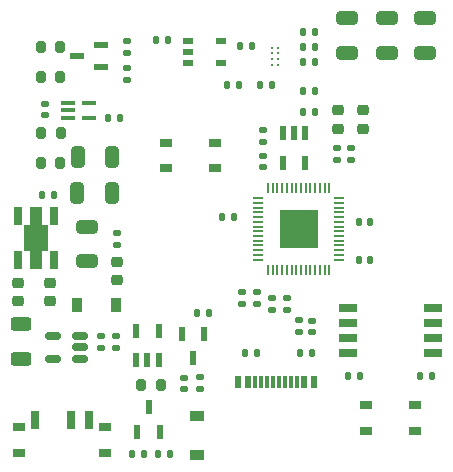
<source format=gtp>
%TF.GenerationSoftware,KiCad,Pcbnew,(6.0.4)*%
%TF.CreationDate,2022-12-06T01:10:28+09:00*%
%TF.ProjectId,prometheus-em,70726f6d-6574-4686-9575-732d656d2e6b,rev?*%
%TF.SameCoordinates,Original*%
%TF.FileFunction,Paste,Top*%
%TF.FilePolarity,Positive*%
%FSLAX46Y46*%
G04 Gerber Fmt 4.6, Leading zero omitted, Abs format (unit mm)*
G04 Created by KiCad (PCBNEW (6.0.4)) date 2022-12-06 01:10:28*
%MOMM*%
%LPD*%
G01*
G04 APERTURE LIST*
G04 Aperture macros list*
%AMRoundRect*
0 Rectangle with rounded corners*
0 $1 Rounding radius*
0 $2 $3 $4 $5 $6 $7 $8 $9 X,Y pos of 4 corners*
0 Add a 4 corners polygon primitive as box body*
4,1,4,$2,$3,$4,$5,$6,$7,$8,$9,$2,$3,0*
0 Add four circle primitives for the rounded corners*
1,1,$1+$1,$2,$3*
1,1,$1+$1,$4,$5*
1,1,$1+$1,$6,$7*
1,1,$1+$1,$8,$9*
0 Add four rect primitives between the rounded corners*
20,1,$1+$1,$2,$3,$4,$5,0*
20,1,$1+$1,$4,$5,$6,$7,0*
20,1,$1+$1,$6,$7,$8,$9,0*
20,1,$1+$1,$8,$9,$2,$3,0*%
G04 Aperture macros list end*
%ADD10RoundRect,0.200000X-0.200000X-0.275000X0.200000X-0.275000X0.200000X0.275000X-0.200000X0.275000X0*%
%ADD11R,1.200000X0.450000*%
%ADD12RoundRect,0.140000X-0.170000X0.140000X-0.170000X-0.140000X0.170000X-0.140000X0.170000X0.140000X0*%
%ADD13RoundRect,0.250000X0.650000X-0.325000X0.650000X0.325000X-0.650000X0.325000X-0.650000X-0.325000X0*%
%ADD14RoundRect,0.140000X0.140000X0.170000X-0.140000X0.170000X-0.140000X-0.170000X0.140000X-0.170000X0*%
%ADD15RoundRect,0.135000X0.185000X-0.135000X0.185000X0.135000X-0.185000X0.135000X-0.185000X-0.135000X0*%
%ADD16RoundRect,0.135000X0.135000X0.185000X-0.135000X0.185000X-0.135000X-0.185000X0.135000X-0.185000X0*%
%ADD17R,0.850000X0.200000*%
%ADD18R,0.200000X0.850000*%
%ADD19R,3.200000X3.200000*%
%ADD20RoundRect,0.150000X0.512500X0.150000X-0.512500X0.150000X-0.512500X-0.150000X0.512500X-0.150000X0*%
%ADD21RoundRect,0.140000X0.170000X-0.140000X0.170000X0.140000X-0.170000X0.140000X-0.170000X-0.140000X0*%
%ADD22RoundRect,0.140000X-0.140000X-0.170000X0.140000X-0.170000X0.140000X0.170000X-0.140000X0.170000X0*%
%ADD23RoundRect,0.135000X-0.135000X-0.185000X0.135000X-0.185000X0.135000X0.185000X-0.135000X0.185000X0*%
%ADD24R,0.900000X1.200000*%
%ADD25R,0.600000X1.300000*%
%ADD26R,1.300000X0.600000*%
%ADD27R,1.200000X0.900000*%
%ADD28RoundRect,0.135000X-0.185000X0.135000X-0.185000X-0.135000X0.185000X-0.135000X0.185000X0.135000X0*%
%ADD29RoundRect,0.218750X-0.256250X0.218750X-0.256250X-0.218750X0.256250X-0.218750X0.256250X0.218750X0*%
%ADD30R,0.900000X0.600000*%
%ADD31R,1.050000X0.650000*%
%ADD32R,1.650000X0.650000*%
%ADD33R,0.700000X1.500000*%
%ADD34R,1.000000X1.500000*%
%ADD35R,2.000000X2.200000*%
%ADD36RoundRect,0.250000X-0.650000X0.325000X-0.650000X-0.325000X0.650000X-0.325000X0.650000X0.325000X0*%
%ADD37RoundRect,0.225000X0.250000X-0.225000X0.250000X0.225000X-0.250000X0.225000X-0.250000X-0.225000X0*%
%ADD38RoundRect,0.218750X0.256250X-0.218750X0.256250X0.218750X-0.256250X0.218750X-0.256250X-0.218750X0*%
%ADD39R,0.600000X1.140000*%
%ADD40R,0.300000X1.140000*%
%ADD41RoundRect,0.225000X-0.250000X0.225000X-0.250000X-0.225000X0.250000X-0.225000X0.250000X0.225000X0*%
%ADD42R,0.600000X1.250000*%
%ADD43RoundRect,0.250000X-0.325000X-0.650000X0.325000X-0.650000X0.325000X0.650000X-0.325000X0.650000X0*%
%ADD44C,0.226000*%
%ADD45RoundRect,0.250000X0.625000X-0.312500X0.625000X0.312500X-0.625000X0.312500X-0.625000X-0.312500X0*%
%ADD46R,0.600000X1.200000*%
%ADD47R,1.000000X0.800000*%
G04 APERTURE END LIST*
D10*
%TO.C,R14*%
X41425000Y-40250000D03*
X43075000Y-40250000D03*
%TD*%
%TO.C,R13*%
X41425000Y-50000000D03*
X43075000Y-50000000D03*
%TD*%
%TO.C,R11*%
X41425000Y-42750000D03*
X43075000Y-42750000D03*
%TD*%
%TO.C,R10*%
X41435000Y-47500000D03*
X43085000Y-47500000D03*
%TD*%
D11*
%TO.C,IC10*%
X43677000Y-44943000D03*
X43677000Y-45593000D03*
X43677000Y-46243000D03*
X45477000Y-46243000D03*
X45477000Y-44943000D03*
%TD*%
D12*
%TO.C,C4*%
X64389000Y-63401000D03*
X64389000Y-64361000D03*
%TD*%
D13*
%TO.C,C26*%
X73914000Y-40718000D03*
X73914000Y-37768000D03*
%TD*%
D14*
%TO.C,C22*%
X52169000Y-39624000D03*
X51209000Y-39624000D03*
%TD*%
D12*
%TO.C,C3*%
X63246000Y-63373000D03*
X63246000Y-64333000D03*
%TD*%
D15*
%TO.C,R19*%
X47752000Y-65711800D03*
X47752000Y-64691800D03*
%TD*%
D16*
%TO.C,R8*%
X64645000Y-40259000D03*
X63625000Y-40259000D03*
%TD*%
D14*
%TO.C,C13*%
X64615000Y-38989000D03*
X63655000Y-38989000D03*
%TD*%
D17*
%TO.C,IC1*%
X66696000Y-58226000D03*
X66696000Y-57826000D03*
X66696000Y-57426000D03*
X66696000Y-57026000D03*
X66696000Y-56626000D03*
X66696000Y-56226000D03*
X66696000Y-55826000D03*
X66696000Y-55426000D03*
X66696000Y-55026000D03*
X66696000Y-54626000D03*
X66696000Y-54226000D03*
X66696000Y-53826000D03*
X66696000Y-53426000D03*
X66696000Y-53026000D03*
D18*
X65846000Y-52176000D03*
X65446000Y-52176000D03*
X65046000Y-52176000D03*
X64646000Y-52176000D03*
X64246000Y-52176000D03*
X63846000Y-52176000D03*
X63446000Y-52176000D03*
X63046000Y-52176000D03*
X62646000Y-52176000D03*
X62246000Y-52176000D03*
X61846000Y-52176000D03*
X61446000Y-52176000D03*
X61046000Y-52176000D03*
X60646000Y-52176000D03*
D17*
X59796000Y-53026000D03*
X59796000Y-53426000D03*
X59796000Y-53826000D03*
X59796000Y-54226000D03*
X59796000Y-54626000D03*
X59796000Y-55026000D03*
X59796000Y-55426000D03*
X59796000Y-55826000D03*
X59796000Y-56226000D03*
X59796000Y-56626000D03*
X59796000Y-57026000D03*
X59796000Y-57426000D03*
X59796000Y-57826000D03*
X59796000Y-58226000D03*
D18*
X60646000Y-59076000D03*
X61046000Y-59076000D03*
X61446000Y-59076000D03*
X61846000Y-59076000D03*
X62246000Y-59076000D03*
X62646000Y-59076000D03*
X63046000Y-59076000D03*
X63446000Y-59076000D03*
X63846000Y-59076000D03*
X64246000Y-59076000D03*
X64646000Y-59076000D03*
X65046000Y-59076000D03*
X65446000Y-59076000D03*
X65846000Y-59076000D03*
D19*
X63246000Y-55626000D03*
%TD*%
D15*
%TO.C,R20*%
X46482000Y-65711800D03*
X46482000Y-64691800D03*
%TD*%
D20*
%TO.C,U3*%
X44698500Y-66609000D03*
X44698500Y-65659000D03*
X44698500Y-64709000D03*
X42423500Y-64709000D03*
X42423500Y-66609000D03*
%TD*%
D21*
%TO.C,C7*%
X60198000Y-50419000D03*
X60198000Y-49459000D03*
%TD*%
D22*
%TO.C,C25*%
X47145000Y-46228000D03*
X48105000Y-46228000D03*
%TD*%
D23*
%TO.C,R12*%
X59942000Y-43434000D03*
X60962000Y-43434000D03*
%TD*%
D16*
%TO.C,R3*%
X59692000Y-66167000D03*
X58672000Y-66167000D03*
%TD*%
%TO.C,R27*%
X42510000Y-52750000D03*
X41490000Y-52750000D03*
%TD*%
D12*
%TO.C,C24*%
X41783000Y-45014000D03*
X41783000Y-45974000D03*
%TD*%
D24*
%TO.C,D4*%
X47751000Y-62103000D03*
X44451000Y-62103000D03*
%TD*%
D13*
%TO.C,C19*%
X67310000Y-40718000D03*
X67310000Y-37768000D03*
%TD*%
D23*
%TO.C,R9*%
X57148000Y-43434000D03*
X58168000Y-43434000D03*
%TD*%
D25*
%TO.C,Q3*%
X49596000Y-72805000D03*
X51496000Y-72805000D03*
X50546000Y-70705000D03*
%TD*%
D26*
%TO.C,Q2*%
X46550000Y-41950000D03*
X46550000Y-40050000D03*
X44450000Y-41000000D03*
%TD*%
D27*
%TO.C,D2*%
X54610000Y-71502000D03*
X54610000Y-74802000D03*
%TD*%
D28*
%TO.C,R18*%
X54914800Y-68197000D03*
X54914800Y-69217000D03*
%TD*%
D23*
%TO.C,R2*%
X73531000Y-68072000D03*
X74551000Y-68072000D03*
%TD*%
D29*
%TO.C,D5*%
X66548000Y-45567500D03*
X66548000Y-47142500D03*
%TD*%
D22*
%TO.C,C12*%
X67465000Y-68072000D03*
X68425000Y-68072000D03*
%TD*%
D15*
%TO.C,R7*%
X67691000Y-49786000D03*
X67691000Y-48766000D03*
%TD*%
D30*
%TO.C,IC9*%
X53845000Y-39690000D03*
X53845000Y-40640000D03*
X53845000Y-41590000D03*
X56645000Y-41590000D03*
X56645000Y-39690000D03*
%TD*%
D31*
%TO.C,S2*%
X52027000Y-48328000D03*
X56177000Y-48328000D03*
X52027000Y-50478000D03*
X56177000Y-50478000D03*
%TD*%
D22*
%TO.C,C23*%
X58321000Y-40132000D03*
X59281000Y-40132000D03*
%TD*%
D14*
%TO.C,C11*%
X57757000Y-54610000D03*
X56797000Y-54610000D03*
%TD*%
D32*
%TO.C,IC3*%
X74593000Y-66167000D03*
X74593000Y-64897000D03*
X74593000Y-63627000D03*
X74593000Y-62357000D03*
X67393000Y-62357000D03*
X67393000Y-63627000D03*
X67393000Y-64897000D03*
X67393000Y-66167000D03*
%TD*%
D33*
%TO.C,IC8*%
X42500000Y-54538000D03*
D34*
X41000000Y-54538000D03*
D35*
X41000000Y-56388000D03*
D33*
X39500000Y-54538000D03*
X39500000Y-58238000D03*
D34*
X41000000Y-58238000D03*
D33*
X42500000Y-58238000D03*
%TD*%
D36*
%TO.C,C21*%
X45339000Y-55421000D03*
X45339000Y-58371000D03*
%TD*%
D31*
%TO.C,S1*%
X68918000Y-70553000D03*
X73068000Y-70553000D03*
X68918000Y-72703000D03*
X73068000Y-72703000D03*
%TD*%
D15*
%TO.C,R31*%
X66500000Y-49786000D03*
X66500000Y-48766000D03*
%TD*%
D22*
%TO.C,C1*%
X68354000Y-58250000D03*
X69314000Y-58250000D03*
%TD*%
D23*
%TO.C,R22*%
X49147000Y-74676000D03*
X50167000Y-74676000D03*
%TD*%
D13*
%TO.C,C17*%
X70739000Y-40718000D03*
X70739000Y-37768000D03*
%TD*%
D28*
%TO.C,R28*%
X47879000Y-56005000D03*
X47879000Y-57025000D03*
%TD*%
D10*
%TO.C,R25*%
X49937400Y-68808600D03*
X51587400Y-68808600D03*
%TD*%
D12*
%TO.C,C14*%
X53517800Y-68227000D03*
X53517800Y-69187000D03*
%TD*%
D15*
%TO.C,R24*%
X48750000Y-40760000D03*
X48750000Y-39740000D03*
%TD*%
%TO.C,R21*%
X48750000Y-43010000D03*
X48750000Y-41990000D03*
%TD*%
D37*
%TO.C,C16*%
X39497000Y-61735000D03*
X39497000Y-60185000D03*
%TD*%
D28*
%TO.C,R5*%
X62230000Y-61466000D03*
X62230000Y-62486000D03*
%TD*%
D12*
%TO.C,C8*%
X58420000Y-60988000D03*
X58420000Y-61948000D03*
%TD*%
D29*
%TO.C,D1*%
X68707000Y-45567500D03*
X68707000Y-47142500D03*
%TD*%
D15*
%TO.C,R1*%
X60198000Y-48262000D03*
X60198000Y-47242000D03*
%TD*%
D16*
%TO.C,R30*%
X64645000Y-45720000D03*
X63625000Y-45720000D03*
%TD*%
D38*
%TO.C,D3*%
X47879000Y-59969500D03*
X47879000Y-58394500D03*
%TD*%
D39*
%TO.C,U1*%
X58141000Y-68579000D03*
X58941000Y-68579000D03*
D40*
X59591000Y-68579000D03*
X60091000Y-68579000D03*
X60591000Y-68579000D03*
X61091000Y-68579000D03*
X61591000Y-68579000D03*
X62091000Y-68579000D03*
X62591000Y-68579000D03*
X63091000Y-68579000D03*
D39*
X63741000Y-68579000D03*
X64541000Y-68579000D03*
%TD*%
D41*
%TO.C,C15*%
X42164000Y-60185000D03*
X42164000Y-61735000D03*
%TD*%
D23*
%TO.C,R23*%
X51306000Y-74676000D03*
X52326000Y-74676000D03*
%TD*%
D16*
%TO.C,R15*%
X64645000Y-41529000D03*
X63625000Y-41529000D03*
%TD*%
D42*
%TO.C,IC2*%
X63815000Y-47518000D03*
X62865000Y-47518000D03*
X61915000Y-47518000D03*
X61915000Y-50018000D03*
X63815000Y-50018000D03*
%TD*%
D43*
%TO.C,C18*%
X44499000Y-52578000D03*
X47449000Y-52578000D03*
%TD*%
D23*
%TO.C,R4*%
X63371000Y-66167000D03*
X64391000Y-66167000D03*
%TD*%
D44*
%TO.C,IC6*%
X60964000Y-40271000D03*
X61464000Y-40271000D03*
X60964000Y-40771000D03*
X61464000Y-40771000D03*
X60964000Y-41271000D03*
X61464000Y-41271000D03*
X60964000Y-41771000D03*
X61464000Y-41771000D03*
%TD*%
D23*
%TO.C,R26*%
X54608000Y-62738000D03*
X55628000Y-62738000D03*
%TD*%
D45*
%TO.C,R29*%
X39751000Y-66613500D03*
X39751000Y-63688500D03*
%TD*%
D46*
%TO.C,IC7*%
X49494400Y-66756600D03*
X50444400Y-66756600D03*
X51394400Y-66756600D03*
X51394400Y-64256600D03*
X49494400Y-64256600D03*
%TD*%
D43*
%TO.C,C20*%
X44525000Y-49500000D03*
X47475000Y-49500000D03*
%TD*%
D22*
%TO.C,C2*%
X68354000Y-55050000D03*
X69314000Y-55050000D03*
%TD*%
D33*
%TO.C,S3*%
X40956800Y-71783000D03*
X43956800Y-71783000D03*
X45456800Y-71783000D03*
D47*
X39556800Y-72433000D03*
X39556800Y-74633000D03*
X46856800Y-72433000D03*
X46856800Y-74633000D03*
%TD*%
D12*
%TO.C,C9*%
X59690000Y-60988000D03*
X59690000Y-61948000D03*
%TD*%
D16*
%TO.C,R16*%
X64645000Y-43942000D03*
X63625000Y-43942000D03*
%TD*%
D28*
%TO.C,R6*%
X60960000Y-61466000D03*
X60960000Y-62486000D03*
%TD*%
D25*
%TO.C,Q1*%
X55229800Y-64482000D03*
X53329800Y-64482000D03*
X54279800Y-66582000D03*
%TD*%
M02*

</source>
